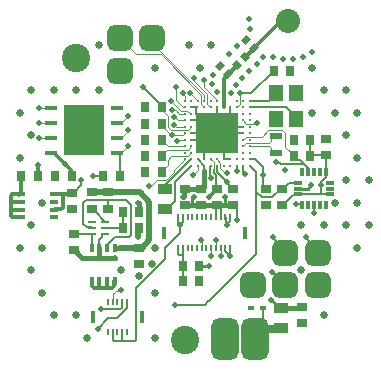
<source format=gtl>
G04*
G04 #@! TF.GenerationSoftware,Altium Limited,Altium Designer,20.0.11 (256)*
G04*
G04 Layer_Physical_Order=1*
G04 Layer_Color=255*
%FSLAX24Y24*%
%MOIN*%
G70*
G01*
G75*
%ADD14C,0.0100*%
%ADD17R,0.0150X0.0433*%
%ADD18R,0.0091X0.0248*%
%ADD19R,0.0150X0.0433*%
G04:AMPARAMS|DCode=20|XSize=85mil|YSize=85mil|CornerRadius=21.3mil|HoleSize=0mil|Usage=FLASHONLY|Rotation=0.000|XOffset=0mil|YOffset=0mil|HoleType=Round|Shape=RoundedRectangle|*
%AMROUNDEDRECTD20*
21,1,0.0850,0.0425,0,0,0.0*
21,1,0.0425,0.0850,0,0,0.0*
1,1,0.0425,0.0213,-0.0213*
1,1,0.0425,-0.0213,-0.0213*
1,1,0.0425,-0.0213,0.0213*
1,1,0.0425,0.0213,0.0213*
%
%ADD20ROUNDEDRECTD20*%
%ADD21R,0.0276X0.0354*%
G04:AMPARAMS|DCode=22|XSize=25.6mil|YSize=21.7mil|CornerRadius=0mil|HoleSize=0mil|Usage=FLASHONLY|Rotation=45.000|XOffset=0mil|YOffset=0mil|HoleType=Round|Shape=Rectangle|*
%AMROTATEDRECTD22*
4,1,4,-0.0014,-0.0167,-0.0167,-0.0014,0.0014,0.0167,0.0167,0.0014,-0.0014,-0.0167,0.0*
%
%ADD22ROTATEDRECTD22*%

G04:AMPARAMS|DCode=23|XSize=25.6mil|YSize=21.7mil|CornerRadius=0mil|HoleSize=0mil|Usage=FLASHONLY|Rotation=315.000|XOffset=0mil|YOffset=0mil|HoleType=Round|Shape=Rectangle|*
%AMROTATEDRECTD23*
4,1,4,-0.0167,0.0014,-0.0014,0.0167,0.0167,-0.0014,0.0014,-0.0167,-0.0167,0.0014,0.0*
%
%ADD23ROTATEDRECTD23*%

%ADD24R,0.0354X0.0276*%
%ADD25R,0.0197X0.0118*%
%ADD26R,0.0512X0.0335*%
%ADD27R,0.0295X0.0157*%
%ADD28R,0.0118X0.0315*%
%ADD29R,0.0315X0.0118*%
%ADD30R,0.0413X0.0177*%
%ADD31R,0.0472X0.0551*%
%ADD32R,0.0433X0.0236*%
%ADD33R,0.0157X0.0295*%
%ADD34R,0.0295X0.0110*%
%ADD59R,0.1437X0.1372*%
%ADD64R,0.1339X0.1693*%
%ADD65R,0.0311X0.0094*%
%ADD66R,0.0094X0.0094*%
%ADD67C,0.0080*%
%ADD68C,0.0040*%
%ADD69C,0.0120*%
%ADD70C,0.0080*%
%ADD71C,0.0150*%
%ADD72C,0.0200*%
%ADD73C,0.0060*%
%ADD74C,0.0123*%
%ADD75C,0.0250*%
%ADD76C,0.0803*%
G04:AMPARAMS|DCode=77|XSize=137.8mil|YSize=90.6mil|CornerRadius=22.6mil|HoleSize=0mil|Usage=FLASHONLY|Rotation=90.000|XOffset=0mil|YOffset=0mil|HoleType=Round|Shape=RoundedRectangle|*
%AMROUNDEDRECTD77*
21,1,0.1378,0.0453,0,0,90.0*
21,1,0.0925,0.0906,0,0,90.0*
1,1,0.0453,0.0226,0.0463*
1,1,0.0453,0.0226,-0.0463*
1,1,0.0453,-0.0226,-0.0463*
1,1,0.0453,-0.0226,0.0463*
%
%ADD77ROUNDEDRECTD77*%
%ADD78C,0.0945*%
%ADD79C,0.0220*%
%ADD80C,0.0200*%
%ADD81C,0.0250*%
D14*
X379Y-2598D02*
X695D01*
X1230Y-559D02*
Y-300D01*
X379Y-2598D02*
X379Y-2598D01*
X3059Y-4026D02*
X3100D01*
X3665Y-30D02*
X3995D01*
X4104Y80D01*
X150Y-350D02*
X200Y-300D01*
X150Y-577D02*
Y-350D01*
X143Y-585D02*
X150Y-577D01*
X1230Y-559D02*
X1255Y-585D01*
X2769Y-3736D02*
X3059Y-4026D01*
X700Y-300D02*
Y-269D01*
X935Y-33D01*
X974D01*
X-3874Y400D02*
Y562D01*
X-4111Y799D02*
X-3874Y562D01*
Y396D02*
Y400D01*
X-4474Y1161D02*
X-4111Y799D01*
X-4575Y1161D02*
X-4474D01*
D17*
X-813Y-1506D02*
D03*
X1896D02*
D03*
D18*
X-167Y-2028D02*
D03*
X-10D02*
D03*
X148D02*
D03*
X305D02*
D03*
X463D02*
D03*
X620D02*
D03*
X778D02*
D03*
X935D02*
D03*
X1093D02*
D03*
X1250D02*
D03*
Y-984D02*
D03*
X1093D02*
D03*
X935D02*
D03*
X778D02*
D03*
X620D02*
D03*
X463D02*
D03*
X305D02*
D03*
X148D02*
D03*
X-10D02*
D03*
X-167D02*
D03*
X1407D02*
D03*
Y-2028D02*
D03*
X-325Y-984D02*
D03*
Y-2028D02*
D03*
X-2669Y-3818D02*
D03*
X-2512D02*
D03*
X-2354D02*
D03*
X-2197D02*
D03*
X-2039D02*
D03*
Y-4799D02*
D03*
X-2197D02*
D03*
X-2354D02*
D03*
X-2512D02*
D03*
X-2669D02*
D03*
D19*
X-1539Y-4319D02*
D03*
X-3169D02*
D03*
D20*
X2165Y-3248D02*
D03*
X-2274Y3898D02*
D03*
X4331Y-2165D02*
D03*
X3248D02*
D03*
Y-3250D02*
D03*
X-1191Y4980D02*
D03*
X-2274D02*
D03*
X4331Y-3250D02*
D03*
D21*
X379Y-3100D02*
D03*
X-172D02*
D03*
Y-2598D02*
D03*
X379D02*
D03*
X-5001Y396D02*
D03*
X-5552D02*
D03*
X-2173Y-1341D02*
D03*
X-1622D02*
D03*
X-4426Y400D02*
D03*
X-3874D02*
D03*
X-2274Y396D02*
D03*
X-2825D02*
D03*
X-1417Y508D02*
D03*
X-866D02*
D03*
X-1417Y1049D02*
D03*
X-866D02*
D03*
X-1417Y1591D02*
D03*
X-866D02*
D03*
X-1417Y2132D02*
D03*
X-866D02*
D03*
X-1417Y2673D02*
D03*
X-866D02*
D03*
X3415Y3898D02*
D03*
X2864D02*
D03*
X3530Y1591D02*
D03*
X4081D02*
D03*
X3530Y1049D02*
D03*
X4081D02*
D03*
X-2173Y-807D02*
D03*
X-1622D02*
D03*
D22*
X2199Y4639D02*
D03*
X1921Y4917D02*
D03*
X1350Y3789D02*
D03*
X1072Y4068D02*
D03*
D23*
X1900Y4367D02*
D03*
X1622Y4089D02*
D03*
D24*
X3789Y-3967D02*
D03*
Y-4518D02*
D03*
X-3850Y-177D02*
D03*
Y-729D02*
D03*
X-3797Y-1537D02*
D03*
Y-2089D02*
D03*
X4596Y1624D02*
D03*
Y1073D02*
D03*
X3140Y-33D02*
D03*
Y-585D02*
D03*
X2598D02*
D03*
Y-33D02*
D03*
X-1624Y-2549D02*
D03*
Y-1998D02*
D03*
X1516Y-585D02*
D03*
Y-33D02*
D03*
X974Y-585D02*
D03*
Y-33D02*
D03*
X433Y-585D02*
D03*
Y-33D02*
D03*
X-108Y-585D02*
D03*
Y-33D02*
D03*
X-3207Y-157D02*
D03*
Y-709D02*
D03*
X-2657Y-157D02*
D03*
Y-709D02*
D03*
D25*
X2096Y-4006D02*
D03*
X2490D02*
D03*
D26*
X3100D02*
D03*
Y-4675D02*
D03*
X-778Y-703D02*
D03*
Y-33D02*
D03*
D27*
X-4450Y-994D02*
D03*
Y-738D02*
D03*
Y-482D02*
D03*
Y-226D02*
D03*
X-5552Y-994D02*
D03*
Y-738D02*
D03*
Y-482D02*
D03*
Y-226D02*
D03*
D28*
X3809Y508D02*
D03*
X4006D02*
D03*
X4203D02*
D03*
X4400D02*
D03*
X4596D02*
D03*
Y-567D02*
D03*
X4400D02*
D03*
X4203D02*
D03*
X4006D02*
D03*
X3809D02*
D03*
D29*
X4740Y167D02*
D03*
Y-30D02*
D03*
Y-226D02*
D03*
X3665D02*
D03*
Y-30D02*
D03*
Y167D02*
D03*
D30*
X-2354Y1161D02*
D03*
X-2354Y1661D02*
D03*
Y2161D02*
D03*
X-2354Y2661D02*
D03*
X-4575Y1161D02*
D03*
X-4575Y1661D02*
D03*
Y2161D02*
D03*
X-4575Y2661D02*
D03*
D31*
X2923Y2274D02*
D03*
Y3140D02*
D03*
X3593D02*
D03*
Y2274D02*
D03*
D32*
X2923Y1709D02*
D03*
Y1157D02*
D03*
D33*
X-2439Y-1998D02*
D03*
X-2695Y-1998D02*
D03*
X-2951Y-1998D02*
D03*
X-3207Y-1998D02*
D03*
X-2439Y-3100D02*
D03*
X-2695D02*
D03*
X-2951D02*
D03*
X-3207D02*
D03*
D34*
Y-1144D02*
D03*
Y-1341D02*
D03*
Y-1537D02*
D03*
X-2754Y-1144D02*
D03*
Y-1341D02*
D03*
Y-1537D02*
D03*
D59*
X974Y1807D02*
D03*
D64*
X-3465Y1911D02*
D03*
D65*
X217Y2673D02*
D03*
D66*
X1841Y2024D02*
D03*
Y1807D02*
D03*
X1191Y941D02*
D03*
X541D02*
D03*
X108Y1591D02*
D03*
Y1807D02*
D03*
Y2240D02*
D03*
X541Y2673D02*
D03*
X758D02*
D03*
X974D02*
D03*
X1191D02*
D03*
X1407D02*
D03*
X1624D02*
D03*
X1841D02*
D03*
Y2457D02*
D03*
Y2240D02*
D03*
Y1591D02*
D03*
Y1374D02*
D03*
Y1157D02*
D03*
Y941D02*
D03*
X1624D02*
D03*
X1407D02*
D03*
X974D02*
D03*
X758D02*
D03*
X325D02*
D03*
X108D02*
D03*
Y1157D02*
D03*
Y1374D02*
D03*
Y2024D02*
D03*
Y2457D02*
D03*
X758Y724D02*
D03*
X108Y2890D02*
D03*
X-108Y941D02*
D03*
Y1157D02*
D03*
Y1374D02*
D03*
Y1591D02*
D03*
Y1807D02*
D03*
Y2024D02*
D03*
Y2240D02*
D03*
Y2457D02*
D03*
Y2673D02*
D03*
Y2890D02*
D03*
X108Y724D02*
D03*
X325D02*
D03*
X541D02*
D03*
X974D02*
D03*
X1191D02*
D03*
X1407D02*
D03*
X1624D02*
D03*
X1841D02*
D03*
X2057D02*
D03*
Y941D02*
D03*
Y1157D02*
D03*
Y1374D02*
D03*
Y1591D02*
D03*
Y1807D02*
D03*
Y2024D02*
D03*
Y2240D02*
D03*
Y2457D02*
D03*
Y2673D02*
D03*
Y2890D02*
D03*
X1841D02*
D03*
X1624D02*
D03*
X974D02*
D03*
X758D02*
D03*
X541D02*
D03*
X325D02*
D03*
D67*
X-433Y-3898D02*
X578D01*
X686Y-3789D01*
X693D01*
X2274Y-2209D01*
X-1779Y-5111D02*
X-1732Y-5064D01*
X-2197Y-5111D02*
X-1779D01*
X-1732Y-5064D02*
Y-3349D01*
X-2045Y-3823D02*
X-2039Y-3818D01*
X-2045Y-4014D02*
Y-3823D01*
X-2379Y-4348D02*
X-2045Y-4014D01*
X-2647Y-4348D02*
X-2379D01*
X-3004Y-4705D02*
X-2647Y-4348D01*
X-2202Y-4001D02*
Y-3823D01*
X-2256Y-4055D02*
X-2202Y-4001D01*
X-2906Y-4055D02*
X-2256D01*
X-2202Y-3823D02*
X-2197Y-3818D01*
X-1732Y-3349D02*
X-778Y-2394D01*
X-2512Y-5064D02*
Y-4799D01*
Y-5064D02*
X-2465Y-5111D01*
X-2197D01*
Y-4799D01*
X-778Y-2394D02*
Y-2019D01*
X-266Y-1507D01*
X2274Y-2209D02*
Y-137D01*
X1402Y-1115D02*
Y-990D01*
X1252Y-2118D02*
Y-2029D01*
X-266Y-1250D02*
Y-1237D01*
X1402Y-990D02*
X1407Y-984D01*
X1250Y-2028D02*
X1252Y-2029D01*
X-266Y-1237D02*
X-173Y-1143D01*
X1255Y-1174D02*
X1299Y-1218D01*
X1252Y-2118D02*
X1407Y-2274D01*
X-190Y-2251D02*
X-172Y-2269D01*
X-173Y-1143D02*
Y-990D01*
X1255Y-1174D02*
Y-990D01*
X-296Y-2251D02*
X-190D01*
X-173Y-990D02*
X-167Y-984D01*
X1250D02*
X1255Y-990D01*
X-325Y-2222D02*
X-296Y-2251D01*
X1407Y-2274D02*
X1407Y-2274D01*
X-320Y-1164D02*
Y-990D01*
X-325Y-2222D02*
Y-2028D01*
X1407Y-2274D02*
Y-2028D01*
X-325Y-984D02*
X-320Y-990D01*
X-172Y-2269D02*
Y-2032D01*
X1299Y-1218D02*
X1402Y-1115D01*
X1407Y-2028D02*
X1407Y-2028D01*
X-172Y-2032D02*
X-167Y-2028D01*
X2509Y56D02*
Y672D01*
X2240Y941D02*
X2509Y672D01*
X2057Y941D02*
X2240D01*
X2509Y56D02*
X2598Y-33D01*
X3124Y781D02*
X3866D01*
X3726Y921D02*
X3866Y781D01*
X3627Y921D02*
X3726D01*
X3530Y1019D02*
X3627Y921D01*
X2057Y724D02*
X2274Y508D01*
Y-137D02*
Y508D01*
X3866Y781D02*
X4006Y641D01*
X-753Y80D02*
X108Y941D01*
X-433Y183D02*
X108Y724D01*
X-433Y-447D02*
Y183D01*
X-266Y-1507D02*
Y-1250D01*
X-753Y-33D02*
Y80D01*
X-778Y-33D02*
X-753D01*
X-172Y-3100D02*
Y-2598D01*
Y-2269D01*
X3593Y2348D02*
Y2357D01*
X3277Y2673D02*
X3593Y2357D01*
X2057Y2673D02*
X3277D01*
X2923Y3140D02*
Y3215D01*
Y3113D02*
Y3140D01*
X2700Y2890D02*
X2923Y3113D01*
X2057Y2890D02*
X2700D01*
X938Y42D02*
X1050D01*
X2232Y-5089D02*
X2490Y-4831D01*
X1300Y172D02*
Y200D01*
Y172D02*
X1379Y93D01*
Y64D02*
Y93D01*
Y64D02*
X1476Y-33D01*
X1516D01*
X980Y534D02*
X1245Y270D01*
X1300Y200D02*
Y215D01*
X2274Y-137D02*
X2462Y-325D01*
X1555Y-585D02*
X1653Y-682D01*
Y-1083D02*
Y-682D01*
X1516Y-585D02*
X1555D01*
X296Y-487D02*
X394Y-585D01*
X433D01*
X974D02*
X995D01*
X1093Y-682D01*
Y-984D02*
Y-682D01*
X935Y-624D02*
X974Y-585D01*
X935Y-984D02*
Y-624D01*
X2490Y-4831D02*
Y-4776D01*
X2117Y3150D02*
X2864Y3898D01*
X1732Y3150D02*
X2117D01*
X2490Y-4776D02*
Y-4006D01*
X938Y42D02*
Y407D01*
X860Y485D02*
X938Y407D01*
X860Y485D02*
Y619D01*
X980Y534D02*
Y719D01*
X974Y724D02*
X980Y719D01*
X974Y-33D02*
X1050Y42D01*
X-3562Y71D02*
Y238D01*
X-3811Y-177D02*
X-3562Y71D01*
Y238D02*
X-3550Y250D01*
X-3850Y-177D02*
X-3811D01*
X3792Y-550D02*
X3809Y-567D01*
X3600Y-550D02*
X3792D01*
X-1506Y3350D02*
X-1504D01*
X4439Y80D02*
Y196D01*
Y-226D02*
Y80D01*
X-1504Y3350D02*
X-866Y2713D01*
Y2673D02*
Y2713D01*
X-3150Y396D02*
X-2825D01*
X1841Y528D02*
X1900Y469D01*
X1841Y528D02*
Y724D01*
X-2322Y1161D02*
X-2274Y1113D01*
Y396D02*
Y1113D01*
X4596Y508D02*
Y1073D01*
X4081Y1049D02*
X4104Y1073D01*
X4596D01*
X4081Y1049D02*
Y1591D01*
X4006Y508D02*
Y641D01*
X3530Y1019D02*
Y1049D01*
X4596Y353D02*
Y508D01*
X4439Y196D02*
X4596Y353D01*
X4439Y-226D02*
X4740D01*
X3665D02*
X4439D01*
X3518Y-245D02*
X3646D01*
X3179Y-585D02*
X3518Y-245D01*
X3140Y-585D02*
X3179D01*
X3646Y-245D02*
X3665Y-226D01*
X2809Y-325D02*
X3100Y-33D01*
X2462Y-325D02*
X2809D01*
X3380Y167D02*
X3665D01*
X3179Y-33D02*
X3380Y167D01*
X3140Y-33D02*
X3179D01*
X3100D02*
X3140D01*
X-689Y-703D02*
X-433Y-447D01*
X-778Y-703D02*
X-689D01*
X1624Y542D02*
Y724D01*
X541Y550D02*
Y724D01*
X325Y941D02*
X541Y724D01*
X-3070Y-828D02*
X-2754Y-1144D01*
X-3070Y-828D02*
Y-806D01*
X-3167Y-709D02*
X-3070Y-806D01*
X-3207Y-709D02*
X-3167D01*
X-2649Y-412D02*
X-2074D01*
X-3399D02*
X-2649D01*
X-2657Y-420D02*
X-2649Y-412D01*
X-2657Y-709D02*
Y-420D01*
X-3499Y-1206D02*
X-3379Y-1325D01*
X-3499Y-1206D02*
Y-512D01*
X-3399Y-412D01*
X-2074D02*
X-1899Y-587D01*
X-3379Y-1325D02*
X-3222D01*
X-3207Y-1341D01*
X-2173D02*
Y-807D01*
X-2754Y-1341D02*
X-2173D01*
X-2695Y-1998D02*
Y-1908D01*
X-2431Y-1644D01*
X-1973D01*
X-1899Y-1570D01*
Y-587D01*
X-2951Y-1998D02*
Y-1734D01*
X-2860Y-1644D01*
X-2860Y-1553D02*
X-2860Y-1644D01*
X-2860Y-1553D02*
X-2845Y-1537D01*
X-2754Y-1537D01*
X-3797D02*
X-3207D01*
Y-1998D02*
Y-1537D01*
D68*
X-2488Y-3500D02*
X-2464D01*
X-2512Y-3818D02*
X-2511Y-3817D01*
Y-3523D01*
X-2488Y-3500D01*
X-2277Y-3436D02*
X-2246Y-3406D01*
X-2400Y-3436D02*
X-2277D01*
X-2464Y-3500D02*
X-2400Y-3436D01*
X-2512Y-3818D02*
Y-3739D01*
X935Y-2028D02*
Y-1762D01*
X768Y-2274D02*
X773Y-2269D01*
X1093Y-2274D02*
Y-2028D01*
X433Y-1762D02*
X463Y-1792D01*
Y-2028D02*
Y-1792D01*
X773Y-2269D02*
Y-2032D01*
X778Y-2028D01*
X-1299Y42D02*
X-1228D01*
X-1026Y243D01*
X-731D01*
X-458Y516D01*
Y591D01*
X-108Y941D01*
X-0Y1049D02*
X108Y1157D01*
X-551Y1049D02*
X-0D01*
X9Y1265D02*
X81Y1337D01*
X-685Y1265D02*
X9D01*
X-4950Y2150D02*
X-4411D01*
X-4950Y2650D02*
X-4411D01*
X-4950Y1650D02*
X-4411D01*
X-758Y941D02*
Y1192D01*
X66Y3148D02*
X325Y2890D01*
X66Y3148D02*
Y3150D01*
X-177Y3115D02*
Y3150D01*
Y3115D02*
X-108Y3047D01*
Y2890D02*
Y3047D01*
X-913Y4439D02*
X433Y3093D01*
X-880Y4519D02*
X541Y3098D01*
X217Y3556D02*
X651Y3122D01*
X550Y3340D02*
Y3573D01*
Y3340D02*
X974Y2915D01*
X-881Y4519D02*
X-880D01*
X541Y2890D02*
Y3098D01*
X-1732Y4439D02*
X-913D01*
X433Y2781D02*
Y3093D01*
X325Y596D02*
Y724D01*
X161Y433D02*
X325Y596D01*
X651Y2781D02*
Y3122D01*
X974Y2890D02*
Y2915D01*
X217Y3556D02*
Y3657D01*
X-1191Y4829D02*
X-881Y4519D01*
X-1191Y4829D02*
Y4980D01*
X1236Y500D02*
X1319D01*
X1084Y652D02*
X1236Y500D01*
X866Y541D02*
Y866D01*
X1084Y652D02*
Y832D01*
X974Y941D02*
X1084Y832D01*
X-2274Y4980D02*
X-1732Y4439D01*
X-350Y1550D02*
X-307D01*
X-674Y1374D02*
X-108D01*
X-548Y1916D02*
X1D01*
X-450Y2093D02*
X-381Y2024D01*
X-650Y2018D02*
Y2387D01*
X-546Y1738D02*
X-177D01*
X-550D02*
X-546D01*
X-650Y2018D02*
X-548Y1916D01*
X-323Y2240D02*
X-108D01*
X-433Y2350D02*
X-323Y2240D01*
X2283Y2133D02*
X2300Y2150D01*
X1948Y2133D02*
X2283D01*
X1841Y2240D02*
X1948Y2133D01*
X-668Y745D02*
Y932D01*
X-866Y547D02*
X-668Y745D01*
Y932D02*
X-551Y1049D01*
X-758Y1192D02*
X-685Y1265D01*
X1732Y2782D02*
Y3150D01*
X433Y2781D02*
X541Y2673D01*
X651Y2781D02*
X731Y2701D01*
Y2700D02*
Y2701D01*
Y2700D02*
X758Y2673D01*
X-866Y2055D02*
X-550Y1738D01*
X-177D02*
X-108Y1807D01*
X-866Y2055D02*
Y2132D01*
X-307Y1550D02*
X-266Y1591D01*
X-108D01*
X-866Y1566D02*
X-674Y1374D01*
X-866Y1566D02*
Y1591D01*
X-4411Y2650D02*
X-4400Y2661D01*
X-4411Y2150D02*
X-4400Y2161D01*
X-4411Y1650D02*
X-4400Y1661D01*
X-390Y2917D02*
Y3340D01*
X-400Y3350D02*
X-390Y3340D01*
X-4575Y1661D02*
X-4400D01*
X-4575Y2161D02*
X-4400D01*
X-4575Y2661D02*
X-4400D01*
X-2000Y1898D02*
Y1916D01*
X-2236Y1661D02*
X-2000Y1898D01*
X-2322Y1161D02*
X-2236D01*
X-2354D02*
X-2322D01*
X-2168Y1232D02*
X-2000Y1400D01*
X-2168Y1230D02*
Y1232D01*
X-2236Y1161D02*
X-2168Y1230D01*
X-2354Y1661D02*
X-2236D01*
X-2168Y2232D02*
X-2000Y2400D01*
X-2168Y2230D02*
Y2232D01*
X-2236Y2161D02*
X-2168Y2230D01*
X-2354Y2161D02*
X-2236D01*
X-390Y2917D02*
X-174Y2700D01*
X-136D01*
X-108Y2673D01*
X-550Y2900D02*
X-214Y2564D01*
X-280Y2457D02*
X-108D01*
X-400Y2577D02*
X-280Y2457D01*
X-520Y2577D02*
X-400D01*
X-214Y2564D02*
X-14D01*
X66Y2484D01*
X81D01*
X108Y2457D01*
X-546Y2603D02*
X-520Y2577D01*
X-450Y2350D02*
X-433D01*
X-866Y2603D02*
X-650Y2387D01*
X-381Y2024D02*
X-108D01*
X3248Y1366D02*
Y1810D01*
X3146Y1911D02*
X3248Y1810D01*
X2669Y1911D02*
X3146D01*
X1624Y2673D02*
X1732Y2782D01*
X-866Y2603D02*
Y2673D01*
X1Y1916D02*
X108Y2024D01*
X-866Y1049D02*
X-758Y941D01*
X81Y1337D02*
Y1347D01*
X108Y1374D01*
X-866Y508D02*
Y547D01*
X3248Y1366D02*
X3530Y1084D01*
Y1049D02*
Y1084D01*
X2458Y1700D02*
X2669Y1911D01*
X1985Y1700D02*
X2458D01*
X1984Y1701D02*
X1985Y1700D01*
X1951Y1701D02*
X1984D01*
X1841Y1591D02*
X1951Y1701D01*
X1950Y1483D02*
X2698D01*
X2769Y1554D01*
Y1611D01*
X2867Y1709D01*
X2923D01*
X1841Y1374D02*
X1950Y1483D01*
X2707Y1374D02*
X2769Y1312D01*
Y1256D02*
Y1312D01*
Y1256D02*
X2867Y1157D01*
X2923D01*
X2057Y1374D02*
X2707D01*
X819Y914D02*
X866Y866D01*
X785Y914D02*
X819D01*
X758Y941D02*
X785Y914D01*
D69*
X-2695Y-3358D02*
Y-3100D01*
X-2699Y-3362D02*
X-2528Y-3362D01*
X-2949D02*
X-2699Y-3362D01*
X-2458Y-3119D02*
X-2439Y-3100D01*
X-2528Y-3362D02*
X-2458Y-3292D01*
X-2699Y-3362D02*
X-2695Y-3358D01*
X-2458Y-3292D02*
Y-3119D01*
X-3188Y-3292D02*
X-3118Y-3362D01*
X-3207Y-3100D02*
X-3188Y-3119D01*
X-2951Y-3361D02*
Y-3100D01*
Y-3361D02*
X-2949Y-3362D01*
X-3188Y-3292D02*
X-3188Y-3119D01*
X-3118Y-3362D02*
X-2949Y-3362D01*
X-5640Y-245D02*
Y-226D01*
X-5000Y397D02*
Y750D01*
X-5001Y396D02*
X-5000Y397D01*
X-4174Y-226D02*
X-3899D01*
X-4450D02*
X-4174D01*
X-4221Y-726D02*
X-4174Y-680D01*
X-4438Y-726D02*
X-4221D01*
X-4450Y-738D02*
X-4438Y-726D01*
X-4174Y-680D02*
Y-226D01*
X-3899D02*
X-3850Y-177D01*
X-5552Y-226D02*
Y396D01*
X-5864Y-226D02*
X-5640D01*
X-5900Y-263D02*
X-5864Y-226D01*
X-5900Y-500D02*
Y-263D01*
Y-722D02*
Y-500D01*
Y-944D02*
Y-722D01*
X-5884Y-738D01*
X-5552D01*
X-5900Y-500D02*
X-5882Y-482D01*
X-5552D01*
X-5850Y-994D02*
X-5552D01*
X-5900Y-944D02*
X-5850Y-994D01*
X-5640Y-245D02*
X-5621Y-226D01*
X-5552D01*
D70*
X2923Y866D02*
X3124Y781D01*
D71*
X-150Y-300D02*
X-140Y-290D01*
X1255Y-585D02*
X1516D01*
X995D02*
X1255D01*
X143D02*
X394D01*
X-108D02*
X143D01*
X-140Y-290D02*
Y-66D01*
X433Y-585D02*
X974D01*
X3750Y-4006D02*
X3789Y-3967D01*
X3100Y-4006D02*
X3750D01*
X3008Y-3914D02*
X3100Y-4006D01*
X-2951Y-2361D02*
X-2432D01*
X-2431Y-2362D01*
X-3525Y-2361D02*
X-2951D01*
X-3695Y-2191D02*
X-3525Y-2361D01*
X-2951D02*
Y-1998D01*
X-3695Y-2191D02*
Y-2151D01*
X-3758Y-2089D02*
X-3695Y-2151D01*
X-3797Y-2089D02*
X-3758D01*
X-140Y-66D02*
X-108Y-33D01*
X-1650Y-512D02*
X-1640Y-522D01*
Y-789D02*
Y-522D01*
Y-789D02*
X-1622Y-807D01*
X410Y-57D02*
X433Y-33D01*
X535Y29D02*
Y544D01*
X-108Y-33D02*
X433D01*
X472D02*
X535Y29D01*
X433Y-33D02*
X472D01*
X-2439Y-1998D02*
X-2249Y-1998D01*
D72*
X-1299Y-1762D02*
Y-470D01*
X-1535Y-1998D02*
X-1299Y-1762D01*
X-3207Y-157D02*
X-1612D01*
X-1624Y-1998D02*
X-1535D01*
X-2249Y-1998D02*
X-1624Y-1998D01*
X-1650Y-1650D02*
Y-1369D01*
X-1622Y-1341D01*
X-1612Y-157D02*
X-1299Y-470D01*
D73*
X1407Y2240D02*
X1624Y2024D01*
X286Y2463D02*
Y2673D01*
X974Y1807D02*
X1841D01*
X974D02*
X974D01*
X2800Y-2800D02*
X3248Y-3248D01*
X4331Y-2165D02*
Y-2067D01*
X3950Y-1644D02*
X3977Y-1670D01*
Y-1713D02*
Y-1670D01*
Y-1713D02*
X4331Y-2067D01*
X2850Y-1682D02*
Y-1644D01*
Y-1682D02*
X3248Y-2080D01*
Y-2165D02*
Y-2080D01*
X744Y346D02*
X758Y333D01*
X744Y346D02*
Y711D01*
X758Y724D01*
X4200Y-850D02*
X4201Y-849D01*
Y-568D01*
X4203Y-567D01*
X1191Y941D02*
Y1591D01*
Y941D02*
X1407D01*
X1191D02*
X1191D01*
X974Y1807D02*
X974Y2673D01*
X1624Y2024D02*
X1841D01*
X974Y1807D02*
X1191Y1591D01*
X758D02*
X974Y1807D01*
X541Y1374D02*
X758Y1591D01*
X541Y941D02*
Y1374D01*
X108Y1591D02*
X758D01*
X108Y1807D02*
X974D01*
X286Y2463D02*
X509Y2240D01*
X541D01*
X108D02*
X509D01*
X541D02*
X974Y1807D01*
X974D02*
X1407Y2240D01*
Y2673D01*
D74*
X3232Y5438D02*
X3300Y5506D01*
X2999Y5438D02*
X3232D01*
X2199Y4639D02*
X2999Y5438D01*
X1900Y4367D02*
X1928D01*
X2199Y4639D01*
X1622Y4061D02*
Y4089D01*
X1350Y3789D02*
X1622Y4061D01*
X1350Y3771D02*
Y3789D01*
X1191Y3612D02*
X1350Y3771D01*
X1191Y2673D02*
Y3612D01*
D75*
X2490Y-4776D02*
X2552Y-4713D01*
X3063D02*
X3100Y-4675D01*
X2552Y-4713D02*
X3063D01*
D76*
X3346Y5568D02*
D03*
D77*
X1230Y-5060D02*
D03*
X2230D02*
D03*
D78*
X-3740Y4331D02*
D03*
X-108Y-5089D02*
D03*
D79*
X1407Y2240D02*
D03*
X541D02*
D03*
Y1374D02*
D03*
X1407D02*
D03*
D80*
X-433Y-3898D02*
D03*
X-3004Y-4705D02*
D03*
X-2906Y-4055D02*
D03*
X-2246Y-3406D02*
D03*
X-1299Y42D02*
D03*
X-1650Y-512D02*
D03*
X2165Y-3248D02*
D03*
X-1650Y-1650D02*
D03*
X-2431Y-2362D02*
D03*
X-150Y-300D02*
D03*
X2923Y866D02*
D03*
X935Y-1762D02*
D03*
X768Y-2274D02*
D03*
X695Y-2598D02*
D03*
X1093Y-2274D02*
D03*
X1230Y-300D02*
D03*
X433Y-1762D02*
D03*
X-266Y-1250D02*
D03*
X1407Y-2274D02*
D03*
X1299Y-1250D02*
D03*
X3248Y575D02*
D03*
X2490Y433D02*
D03*
X4104Y80D02*
D03*
X66Y3150D02*
D03*
X-177D02*
D03*
X1300Y200D02*
D03*
X161Y433D02*
D03*
X200Y-300D02*
D03*
X1624Y542D02*
D03*
X-1612Y-157D02*
D03*
X1653Y-1083D02*
D03*
X2769Y-3736D02*
D03*
X2046Y3878D02*
D03*
X3839Y4364D02*
D03*
X3511Y4277D02*
D03*
X3171Y4279D02*
D03*
X2843Y4368D02*
D03*
X2074Y5291D02*
D03*
X2046Y5630D02*
D03*
X4134Y4533D02*
D03*
X974Y3190D02*
D03*
X1438Y3140D02*
D03*
X1622Y4727D02*
D03*
X2297Y4127D02*
D03*
X2509Y4339D02*
D03*
X1355Y4459D02*
D03*
X827Y3739D02*
D03*
X805Y3440D02*
D03*
X1598Y3428D02*
D03*
X1803Y3647D02*
D03*
X550Y3573D02*
D03*
X217Y3657D02*
D03*
X2800Y-2800D02*
D03*
X700Y-300D02*
D03*
X3950Y-1644D02*
D03*
X2850D02*
D03*
X1319Y500D02*
D03*
X758Y333D02*
D03*
X-3550Y250D02*
D03*
X-350Y1550D02*
D03*
X-450Y2093D02*
D03*
X-546Y1738D02*
D03*
X2300Y2150D02*
D03*
X-5000Y750D02*
D03*
X3600Y-550D02*
D03*
X-1506Y3350D02*
D03*
X-3150Y396D02*
D03*
X-4111Y799D02*
D03*
X4200Y-850D02*
D03*
X4439Y80D02*
D03*
X1732Y3150D02*
D03*
X1900Y469D02*
D03*
X-4950Y2650D02*
D03*
Y2150D02*
D03*
Y1650D02*
D03*
X-400Y3350D02*
D03*
X-2000Y1400D02*
D03*
Y1916D02*
D03*
Y2400D02*
D03*
X-550Y2900D02*
D03*
X-450Y2350D02*
D03*
X-546Y2603D02*
D03*
D81*
X-3350Y-5000D02*
D03*
X-1100D02*
D03*
Y-3500D02*
D03*
X-1633Y-2960D02*
D03*
X-1211Y-2538D02*
D03*
X5650Y2500D02*
D03*
Y1000D02*
D03*
X6025Y250D02*
D03*
X5650Y-500D02*
D03*
X6025Y-1250D02*
D03*
X5650Y-2000D02*
D03*
X5275Y3250D02*
D03*
X4900Y2500D02*
D03*
X5275Y1750D02*
D03*
Y250D02*
D03*
X4900Y-500D02*
D03*
X5275Y-1250D02*
D03*
X4150Y4000D02*
D03*
X4525Y3250D02*
D03*
X4150Y2500D02*
D03*
X4525Y-1250D02*
D03*
Y-4250D02*
D03*
X3775Y-1250D02*
D03*
Y-2750D02*
D03*
X775Y4750D02*
D03*
X400Y4000D02*
D03*
X25Y4750D02*
D03*
X-1100Y4000D02*
D03*
Y-2000D02*
D03*
X-2225Y-2750D02*
D03*
X-2975Y4750D02*
D03*
Y3250D02*
D03*
X-3725D02*
D03*
Y-4250D02*
D03*
X-4475Y3250D02*
D03*
X-4850Y-500D02*
D03*
Y-2000D02*
D03*
Y-3500D02*
D03*
X-4475Y-4250D02*
D03*
X-5225Y3250D02*
D03*
X-5600Y2500D02*
D03*
X-5225Y1750D02*
D03*
X-5600Y1000D02*
D03*
X-5225Y-1250D02*
D03*
X-5600Y-2000D02*
D03*
X-5225Y-2750D02*
D03*
M02*

</source>
